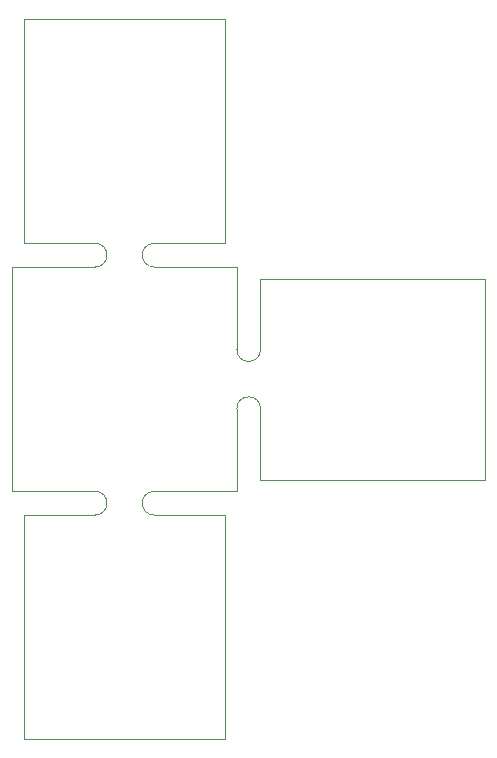
<source format=gbr>
%TF.GenerationSoftware,KiCad,Pcbnew,6.0.10-86aedd382b~118~ubuntu22.04.1*%
%TF.CreationDate,2023-04-06T19:24:05+02:00*%
%TF.ProjectId,donttouchit,646f6e74-746f-4756-9368-69742e6b6963,rev?*%
%TF.SameCoordinates,Original*%
%TF.FileFunction,Profile,NP*%
%FSLAX46Y46*%
G04 Gerber Fmt 4.6, Leading zero omitted, Abs format (unit mm)*
G04 Created by KiCad (PCBNEW 6.0.10-86aedd382b~118~ubuntu22.04.1) date 2023-04-06 19:24:05*
%MOMM*%
%LPD*%
G01*
G04 APERTURE LIST*
%TA.AperFunction,Profile*%
%ADD10C,0.100000*%
%TD*%
G04 APERTURE END LIST*
D10*
X134000000Y-73000000D02*
X141000000Y-73000000D01*
X141000000Y-92000000D02*
X134000000Y-92000000D01*
X153000000Y-92000000D02*
X146000000Y-92000000D01*
X146000000Y-73000000D02*
X153000000Y-73000000D01*
X152000000Y-94000000D02*
X146000000Y-94000000D01*
X152000000Y-113000000D02*
X152000000Y-94000000D01*
X135000000Y-113000000D02*
X152000000Y-113000000D01*
X135000000Y-94000000D02*
X135000000Y-113000000D01*
X141000000Y-94000000D02*
X135000000Y-94000000D01*
X141000000Y-94000000D02*
G75*
G03*
X141000000Y-92000000I0J1000000D01*
G01*
X146000000Y-92000000D02*
G75*
G03*
X146000000Y-94000000I0J-1000000D01*
G01*
X146000000Y-71000000D02*
G75*
G03*
X146000000Y-73000000I0J-1000000D01*
G01*
X141000000Y-73000000D02*
G75*
G03*
X141000000Y-71000000I0J1000000D01*
G01*
X146000000Y-71000000D02*
X152000000Y-71000000D01*
X135000000Y-71000000D02*
X141000000Y-71000000D01*
X135000000Y-52000000D02*
X135000000Y-71000000D01*
X152000000Y-52000000D02*
X135000000Y-52000000D01*
X152000000Y-71000000D02*
X152000000Y-52000000D01*
X153000000Y-92000000D02*
X153000000Y-85000000D01*
X134000000Y-73000000D02*
X134000000Y-92000000D01*
X153000000Y-80000000D02*
X153000000Y-73000000D01*
X155000000Y-85000000D02*
X155000000Y-91000000D01*
X155000000Y-80000000D02*
X155000000Y-74000000D01*
X155000000Y-85000000D02*
G75*
G03*
X153000000Y-85000000I-1000000J0D01*
G01*
X153000000Y-80000000D02*
G75*
G03*
X155000000Y-80000000I1000000J0D01*
G01*
X155000000Y-74000000D02*
X174000000Y-74000000D01*
X174000000Y-91000000D02*
X155000000Y-91000000D01*
X174000000Y-74000000D02*
X174000000Y-91000000D01*
M02*

</source>
